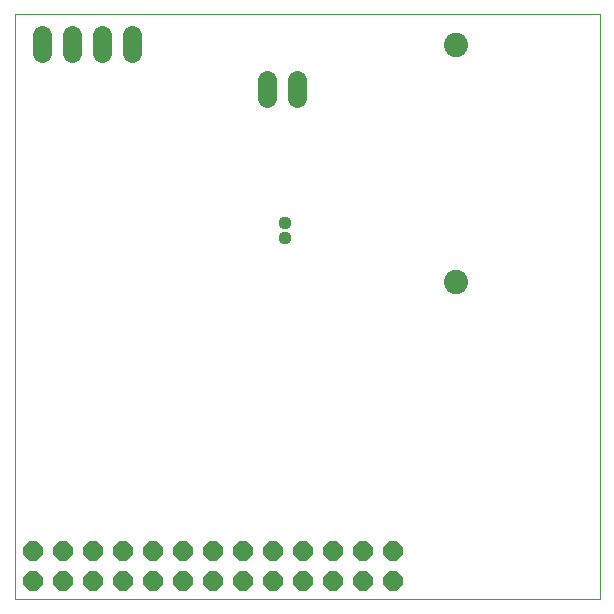
<source format=gbs>
G75*
%MOIN*%
%OFA0B0*%
%FSLAX25Y25*%
%IPPOS*%
%LPD*%
%AMOC8*
5,1,8,0,0,1.08239X$1,22.5*
%
%ADD10C,0.00000*%
%ADD11OC8,0.06400*%
%ADD12C,0.06400*%
%ADD13C,0.08077*%
%ADD14C,0.04369*%
D10*
X0001800Y0001800D02*
X0001800Y0196800D01*
X0196800Y0196800D01*
X0196800Y0001800D01*
X0001800Y0001800D01*
D11*
X0007800Y0007800D03*
X0007800Y0017800D03*
X0017800Y0017800D03*
X0017800Y0007800D03*
X0027800Y0007800D03*
X0027800Y0017800D03*
X0037800Y0017800D03*
X0037800Y0007800D03*
X0047800Y0007800D03*
X0047800Y0017800D03*
X0057800Y0017800D03*
X0057800Y0007800D03*
X0067800Y0007800D03*
X0067800Y0017800D03*
X0077800Y0017800D03*
X0077800Y0007800D03*
X0087800Y0007800D03*
X0087800Y0017800D03*
X0097800Y0017800D03*
X0097800Y0007800D03*
X0107800Y0007800D03*
X0107800Y0017800D03*
X0117800Y0017800D03*
X0117800Y0007800D03*
X0127800Y0007800D03*
X0127800Y0017800D03*
D12*
X0095800Y0168800D02*
X0095800Y0174800D01*
X0085800Y0174800D02*
X0085800Y0168800D01*
X0040800Y0183800D02*
X0040800Y0189800D01*
X0030800Y0189800D02*
X0030800Y0183800D01*
X0020800Y0183800D02*
X0020800Y0189800D01*
X0010800Y0189800D02*
X0010800Y0183800D01*
D13*
X0148800Y0186454D03*
X0148800Y0107713D03*
D14*
X0091800Y0122235D03*
X0091800Y0127365D03*
M02*

</source>
